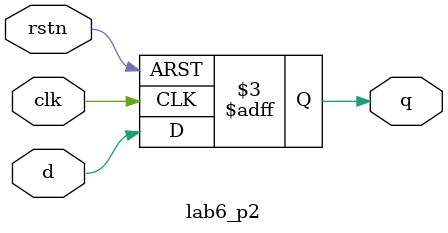
<source format=v>
`timescale 1ns / 1ps


//module lab6_p2 (
//    input d,
//    input rstn,
//    input clk,
//    output reg q
//);

//always @ (posedge clk)
//    if(!rstn)
//        q <= 0;
//    else
//        q <= d;

//endmodule

module lab6_p2 (
    input d,
    input rstn,
    input clk,
    output reg q
);

always @ (posedge clk or negedge rstn)
    if(!rstn)
        q <= 0;
    else
        q <= d;

endmodule

</source>
